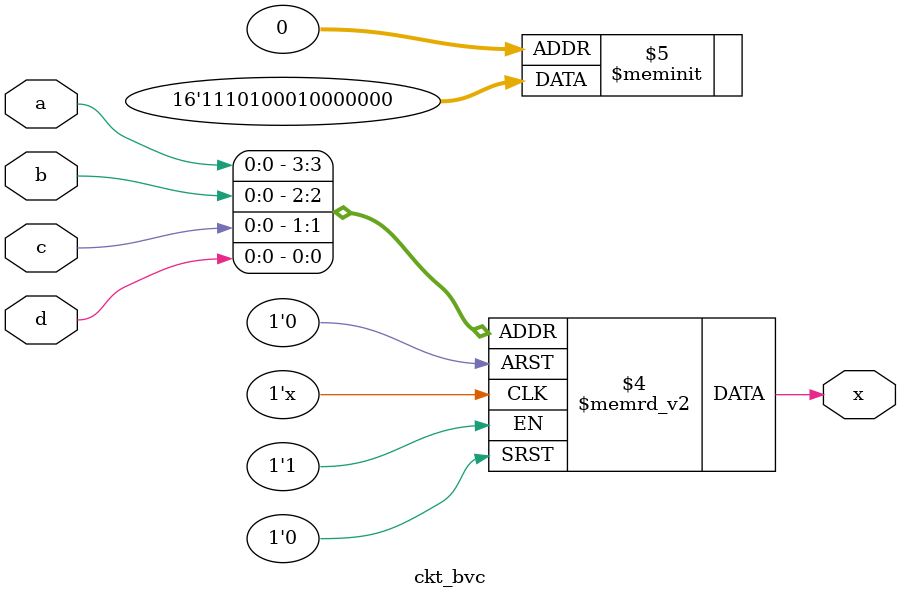
<source format=v>
module ckt_bvc(x, a, b, c, d);
  input a, b, c, d;
  output x;
  reg x;
  always@(a, b, c, d)
  begin
    case({a, b, c, d})
      4'b0000 : x = 0;
      4'b0001 : x = 0;
      4'b0010 : x = 0;
      4'b0011 : x = 0;
      4'b0100 : x = 0;
      4'b0101 : x = 0;
      4'b0110 : x = 0;
      4'b0111 : x = 1;
      4'b1000 : x = 0;
      4'b1001 : x = 0;
      4'b1010 : x = 0;
      4'b1011 : x = 1;
      4'b1100 : x = 0;
      4'b1101 : x = 1;
      4'b1110 : x = 1;
      4'b1111 : x = 1;
    endcase
  end
endmodule 
</source>
